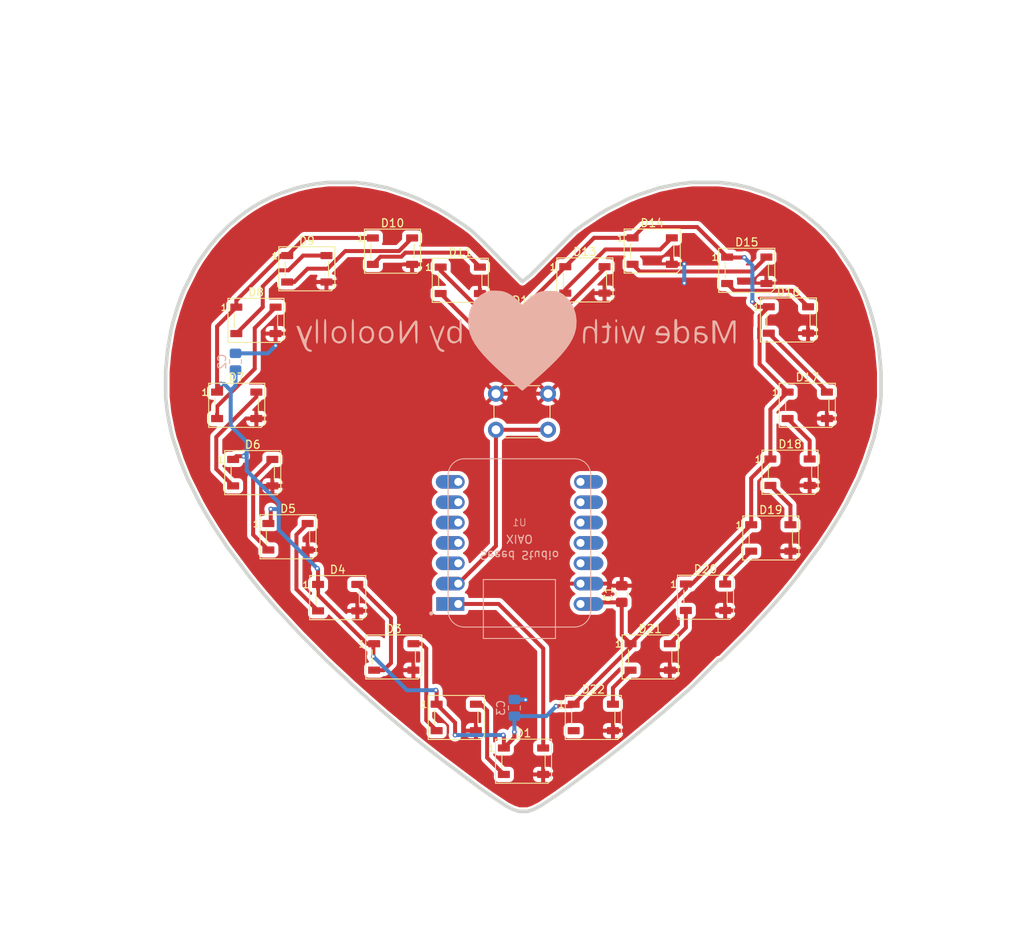
<source format=kicad_pcb>
(kicad_pcb (version 20241229) (generator "pcbnew") (generator_version "9.0")
  (layers (0 "F.Cu" signal) (2 "B.Cu" signal) (13 "F.Paste" user) (15 "B.Paste" user) (5 "F.SilkS" user "F.Silkscreen") (7 "B.SilkS" user "B.Silkscreen") (1 "F.Mask" user) (3 "B.Mask" user) (25 "Edge.Cuts" user))
  (net 0 "")
  (net 1 "GND")
  (net 2 "+5V")
  (net 3 "LEDS")
  (net 4 "Net-(D1-DOUT)")
  (net 5 "Net-(D2-DOUT)")
  (net 6 "Net-(D3-DOUT)")
  (net 7 "Net-(D4-DOUT)")
  (net 8 "Net-(D5-DOUT)")
  (net 9 "Net-(D6-DOUT)")
  (net 10 "LED-Connector")
  (net 11 "Net-(D8-DOUT)")
  (net 12 "Net-(D10-DIN)")
  (net 13 "Net-(D10-DOUT)")
  (net 14 "Net-(D11-DOUT)")
  (net 15 "Net-(D12-DOUT)")
  (net 16 "Net-(U1-PA4_A1_D1)")
  (net 27 "Net-(D13-DOUT)")
  (net 28 "Net-(D14-DOUT)")
  (net 29 "Net-(D15-DOUT)")
  (net 30 "Net-(D16-DOUT)")
  (net 31 "Net-(D17-DOUT)")
  (net 32 "Net-(D18-DOUT)")
  (net 33 "Net-(D19-DOUT)")
  (net 34 "Net-(D20-DOUT)")
  (net 35 "Net-(D21-DOUT)")
  (footprint "Capacitor_SMD:C_0805_2012Metric_Pad1.18x1.45mm_HandSolder" (layer "F.Cu") (at 156.2 91 90)
    (property "Reference" "C1" (at 0 -1.68 90) (layer "F.SilkS"))
    (property "Value" "10uF")
    (pad "1" smd roundrect (at -1.0375 0 90) (size 1.175 1.45) (layers "F.Cu" "F.Mask" "F.Paste") (roundrect_rratio 0.212766) (net 2 "+5V"))
    (pad "2" smd roundrect (at 1.0375 0 90) (size 1.175 1.45) (layers "F.Cu" "F.Mask" "F.Paste") (roundrect_rratio 0.212766) (net 1 "GND"))
  )
  (footprint "LED_SMD:LED_WS2812B_PLCC4_5.0x5.0mm_P3.2mm" (layer "F.Cu") (at 179.35 67.45)
    (property "Reference" "D17" (at 0 -3.5 0) (layer "F.SilkS"))
    (property "Value" "WS2812B")
    (fp_text user "1" (at -4 -1.6 0) (layer "F.SilkS") (effects (font (size 0.8 0.8))))
    (pad "1" smd roundrect (at -2.45 -1.65) (size 1.5 0.9) (layers "F.Cu" "F.Mask" "F.Paste") (roundrect_rratio 0.1) (net 2 "+5V"))
    (pad "2" smd roundrect (at -2.45 1.65) (size 1.5 0.9) (layers "F.Cu" "F.Mask" "F.Paste") (roundrect_rratio 0.1) (net 31 "Net-(D17-DOUT)"))
    (pad "3" smd roundrect (at 2.45 1.65) (size 1.5 0.9) (layers "F.Cu" "F.Mask" "F.Paste") (roundrect_rratio 0.1) (net 1 "GND"))
    (pad "4" smd roundrect (at 2.45 -1.65) (size 1.5 0.9) (layers "F.Cu" "F.Mask" "F.Paste") (roundrect_rratio 0.1) (net 30 "Net-(D16-DOUT)"))
  )
  (footprint "LED_SMD:LED_WS2812B_PLCC4_5.0x5.0mm_P3.2mm" (layer "F.Cu") (at 136.05 51.85)
    (property "Reference" "D11" (at 0 -3.5 0) (layer "F.SilkS"))
    (property "Value" "WS2812B" (hide yes))
    (fp_text user "1" (at -4 -1.6 0) (layer "F.SilkS") (effects (font (size 0.8 0.8))))
    (pad "1" smd roundrect (at -2.45 -1.65) (size 1.5 0.9) (layers "F.Cu" "F.Mask" "F.Paste") (roundrect_rratio 0.1) (net 2 "+5V"))
    (pad "2" smd roundrect (at -2.45 1.65) (size 1.5 0.9) (layers "F.Cu" "F.Mask" "F.Paste") (roundrect_rratio 0.1) (net 14 "Net-(D11-DOUT)"))
    (pad "3" smd roundrect (at 2.45 1.65) (size 1.5 0.9) (layers "F.Cu" "F.Mask" "F.Paste") (roundrect_rratio 0.1) (net 1 "GND"))
    (pad "4" smd roundrect (at 2.45 -1.65) (size 1.5 0.9) (layers "F.Cu" "F.Mask" "F.Paste") (roundrect_rratio 0.1) (net 13 "Net-(D10-DOUT)"))
  )
  (footprint "LED_SMD:LED_WS2812B_PLCC4_5.0x5.0mm_P3.2mm" (layer "F.Cu") (at 159.75 98.85)
    (property "Reference" "D21" (at 0 -3.5 0) (layer "F.SilkS"))
    (property "Value" "WS2812B")
    (fp_text user "1" (at -4 -1.6 0) (layer "F.SilkS") (effects (font (size 0.8 0.8))))
    (pad "1" smd roundrect (at -2.45 -1.65) (size 1.5 0.9) (layers "F.Cu" "F.Mask" "F.Paste") (roundrect_rratio 0.1) (net 2 "+5V"))
    (pad "2" smd roundrect (at -2.45 1.65) (size 1.5 0.9) (layers "F.Cu" "F.Mask" "F.Paste") (roundrect_rratio 0.1) (net 35 "Net-(D21-DOUT)"))
    (pad "3" smd roundrect (at 2.45 1.65) (size 1.5 0.9) (layers "F.Cu" "F.Mask" "F.Paste") (roundrect_rratio 0.1) (net 1 "GND"))
    (pad "4" smd roundrect (at 2.45 -1.65) (size 1.5 0.9) (layers "F.Cu" "F.Mask" "F.Paste") (roundrect_rratio 0.1) (net 34 "Net-(D20-DOUT)"))
  )
  (footprint "Button_Switch_THT:SW_PUSH_6mm" (layer "F.Cu") (at 140.5 66)
    (property "Reference" "SW1" (at 3.25 -2 0) (layer "F.SilkS"))
    (property "Value" "SW_Push")
    (pad "1" thru_hole circle (at 0 0 90) (size 2 2) (drill 1.1) (layers "*.Cu" "*.Mask") (net 1 "GND"))
    (pad "1" thru_hole circle (at 6.5 0 90) (size 2 2) (drill 1.1) (layers "*.Cu" "*.Mask") (net 1 "GND"))
    (pad "2" thru_hole circle (at 0 4.5 90) (size 2 2) (drill 1.1) (layers "*.Cu" "*.Mask") (net 16 "Net-(U1-PA4_A1_D1)"))
    (pad "2" thru_hole circle (at 6.5 4.5 90) (size 2 2) (drill 1.1) (layers "*.Cu" "*.Mask") (net 16 "Net-(U1-PA4_A1_D1)"))
  )
  (footprint "LED_SMD:LED_WS2812B_PLCC4_5.0x5.0mm_P3.2mm" (layer "F.Cu") (at 143.9395 111.862015)
    (property "Reference" "D1" (at 0 -3.5 0) (layer "F.SilkS"))
    (property "Value" "WS2812B" (hide yes))
    (fp_text user "1" (at -4 -1.6 0) (layer "F.SilkS") (effects (font (size 0.8 0.8))))
    (pad "1" smd roundrect (at -2.45 -1.65) (size 1.5 0.9) (layers "F.Cu" "F.Mask" "F.Paste") (roundrect_rratio 0.1) (net 2 "+5V"))
    (pad "2" smd roundrect (at -2.45 1.65) (size 1.5 0.9) (layers "F.Cu" "F.Mask" "F.Paste") (roundrect_rratio 0.1) (net 4 "Net-(D1-DOUT)"))
    (pad "3" smd roundrect (at 2.45 1.65) (size 1.5 0.9) (layers "F.Cu" "F.Mask" "F.Paste") (roundrect_rratio 0.1) (net 1 "GND"))
    (pad "4" smd roundrect (at 2.45 -1.65) (size 1.5 0.9) (layers "F.Cu" "F.Mask" "F.Paste") (roundrect_rratio 0.1) (net 3 "LEDS"))
  )
  (footprint "LED_SMD:LED_WS2812B_PLCC4_5.0x5.0mm_P3.2mm" (layer "F.Cu") (at 152.65 106.4)
    (property "Reference" "D22" (at 0 -3.5 0) (layer "F.SilkS"))
    (property "Value" "WS2812B")
    (fp_text user "1" (at -4 -1.6 0) (layer "F.SilkS") (effects (font (size 0.8 0.8))))
    (pad "1" smd roundrect (at -2.45 -1.65) (size 1.5 0.9) (layers "F.Cu" "F.Mask" "F.Paste") (roundrect_rratio 0.1) (net 2 "+5V"))
    (pad "2" smd roundrect (at -2.45 1.65) (size 1.5 0.9) (layers "F.Cu" "F.Mask" "F.Paste") (roundrect_rratio 0.1))
    (pad "3" smd roundrect (at 2.45 1.65) (size 1.5 0.9) (layers "F.Cu" "F.Mask" "F.Paste") (roundrect_rratio 0.1) (net 1 "GND"))
    (pad "4" smd roundrect (at 2.45 -1.65) (size 1.5 0.9) (layers "F.Cu" "F.Mask" "F.Paste") (roundrect_rratio 0.1) (net 35 "Net-(D21-DOUT)"))
  )
  (footprint "LED_SMD:LED_WS2812B_PLCC4_5.0x5.0mm_P3.2mm" (layer "F.Cu") (at 127.5895 48.212015)
    (property "Reference" "D10" (at 0 -3.5 0) (layer "F.SilkS"))
    (property "Value" "WS2812B" (hide yes))
    (fp_text user "1" (at -4 -1.6 0) (layer "F.SilkS") (effects (font (size 0.8 0.8))))
    (pad "1" smd roundrect (at -2.45 -1.65) (size 1.5 0.9) (layers "F.Cu" "F.Mask" "F.Paste") (roundrect_rratio 0.1) (net 2 "+5V"))
    (pad "2" smd roundrect (at -2.45 1.65) (size 1.5 0.9) (layers "F.Cu" "F.Mask" "F.Paste") (roundrect_rratio 0.1) (net 13 "Net-(D10-DOUT)"))
    (pad "3" smd roundrect (at 2.45 1.65) (size 1.5 0.9) (layers "F.Cu" "F.Mask" "F.Paste") (roundrect_rratio 0.1) (net 1 "GND"))
    (pad "4" smd roundrect (at 2.45 -1.65) (size 1.5 0.9) (layers "F.Cu" "F.Mask" "F.Paste") (roundrect_rratio 0.1) (net 12 "Net-(D10-DIN)"))
  )
  (footprint "LED_SMD:LED_WS2812B_PLCC4_5.0x5.0mm_P3.2mm" (layer "F.Cu") (at 166.65 91.4)
    (property "Reference" "D20" (at 0 -3.5 0) (layer "F.SilkS"))
    (property "Value" "WS2812B")
    (fp_text user "1" (at -4 -1.6 0) (layer "F.SilkS") (effects (font (size 0.8 0.8))))
    (pad "1" smd roundrect (at -2.45 -1.65) (size 1.5 0.9) (layers "F.Cu" "F.Mask" "F.Paste") (roundrect_rratio 0.1) (net 2 "+5V"))
    (pad "2" smd roundrect (at -2.45 1.65) (size 1.5 0.9) (layers "F.Cu" "F.Mask" "F.Paste") (roundrect_rratio 0.1) (net 34 "Net-(D20-DOUT)"))
    (pad "3" smd roundrect (at 2.45 1.65) (size 1.5 0.9) (layers "F.Cu" "F.Mask" "F.Paste") (roundrect_rratio 0.1) (net 1 "GND"))
    (pad "4" smd roundrect (at 2.45 -1.65) (size 1.5 0.9) (layers "F.Cu" "F.Mask" "F.Paste") (roundrect_rratio 0.1) (net 33 "Net-(D19-DOUT)"))
  )
  (footprint "LED_SMD:LED_WS2812B_PLCC4_5.0x5.0mm_P3.2mm" (layer "F.Cu") (at 108.15 67.45)
    (property "Reference" "D7" (at 0 -3.5 0) (layer "F.SilkS"))
    (property "Value" "WS2812B" (hide yes))
    (fp_text user "1" (at -4 -1.6 0) (layer "F.SilkS") (effects (font (size 0.8 0.8))))
    (pad "1" smd roundrect (at -2.45 -1.65) (size 1.5 0.9) (layers "F.Cu" "F.Mask" "F.Paste") (roundrect_rratio 0.1) (net 2 "+5V"))
    (pad "2" smd roundrect (at -2.45 1.65) (size 1.5 0.9) (layers "F.Cu" "F.Mask" "F.Paste") (roundrect_rratio 0.1) (net 10 "LED-Connector"))
    (pad "3" smd roundrect (at 2.45 1.65) (size 1.5 0.9) (layers "F.Cu" "F.Mask" "F.Paste") (roundrect_rratio 0.1) (net 1 "GND"))
    (pad "4" smd roundrect (at 2.45 -1.65) (size 1.5 0.9) (layers "F.Cu" "F.Mask" "F.Paste") (roundrect_rratio 0.1) (net 9 "Net-(D6-DOUT)"))
  )
  (footprint "LED_SMD:LED_WS2812B_PLCC4_5.0x5.0mm_P3.2mm" (layer "F.Cu") (at 114.55 83.85)
    (property "Reference" "D5" (at 0 -3.5 0) (layer "F.SilkS"))
    (property "Value" "WS2812B" (hide yes))
    (fp_text user "1" (at -4 -1.6 0) (layer "F.SilkS") (effects (font (size 0.8 0.8))))
    (pad "1" smd roundrect (at -2.45 -1.65) (size 1.5 0.9) (layers "F.Cu" "F.Mask" "F.Paste") (roundrect_rratio 0.1) (net 2 "+5V"))
    (pad "2" smd roundrect (at -2.45 1.65) (size 1.5 0.9) (layers "F.Cu" "F.Mask" "F.Paste") (roundrect_rratio 0.1) (net 8 "Net-(D5-DOUT)"))
    (pad "3" smd roundrect (at 2.45 1.65) (size 1.5 0.9) (layers "F.Cu" "F.Mask" "F.Paste") (roundrect_rratio 0.1) (net 1 "GND"))
    (pad "4" smd roundrect (at 2.45 -1.65) (size 1.5 0.9) (layers "F.Cu" "F.Mask" "F.Paste") (roundrect_rratio 0.1) (net 7 "Net-(D4-DOUT)"))
  )
  (footprint "LED_SMD:LED_WS2812B_PLCC4_5.0x5.0mm_P3.2mm" (layer "F.Cu") (at 160 48.2)
    (property "Reference" "D14" (at 0 -3.5 0) (layer "F.SilkS"))
    (property "Value" "WS2812B")
    (fp_text user "1" (at -4 -1.6 0) (layer "F.SilkS") (effects (font (size 0.8 0.8))))
    (pad "1" smd roundrect (at -2.45 -1.65) (size 1.5 0.9) (layers "F.Cu" "F.Mask" "F.Paste") (roundrect_rratio 0.1) (net 2 "+5V"))
    (pad "2" smd roundrect (at -2.45 1.65) (size 1.5 0.9) (layers "F.Cu" "F.Mask" "F.Paste") (roundrect_rratio 0.1) (net 28 "Net-(D14-DOUT)"))
    (pad "3" smd roundrect (at 2.45 1.65) (size 1.5 0.9) (layers "F.Cu" "F.Mask" "F.Paste") (roundrect_rratio 0.1) (net 1 "GND"))
    (pad "4" smd roundrect (at 2.45 -1.65) (size 1.5 0.9) (layers "F.Cu" "F.Mask" "F.Paste") (roundrect_rratio 0.1) (net 27 "Net-(D13-DOUT)"))
  )
  (footprint "LED_SMD:LED_WS2812B_PLCC4_5.0x5.0mm_P3.2mm" (layer "F.Cu") (at 110.15 75.85)
    (property "Reference" "D6" (at 0 -3.5 0) (layer "F.SilkS"))
    (property "Value" "WS2812B" (hide yes))
    (fp_text user "1" (at -4 -1.6 0) (layer "F.SilkS") (effects (font (size 0.8 0.8))))
    (pad "1" smd roundrect (at -2.45 -1.65) (size 1.5 0.9) (layers "F.Cu" "F.Mask" "F.Paste") (roundrect_rratio 0.1) (net 2 "+5V"))
    (pad "2" smd roundrect (at -2.45 1.65) (size 1.5 0.9) (layers "F.Cu" "F.Mask" "F.Paste") (roundrect_rratio 0.1) (net 9 "Net-(D6-DOUT)"))
    (pad "3" smd roundrect (at 2.45 1.65) (size 1.5 0.9) (layers "F.Cu" "F.Mask" "F.Paste") (roundrect_rratio 0.1) (net 1 "GND"))
    (pad "4" smd roundrect (at 2.45 -1.65) (size 1.5 0.9) (layers "F.Cu" "F.Mask" "F.Paste") (roundrect_rratio 0.1) (net 8 "Net-(D5-DOUT)"))
  )
  (footprint "LED_SMD:LED_WS2812B_PLCC4_5.0x5.0mm_P3.2mm" (layer "F.Cu") (at 116.9 50.412015)
    (property "Reference" "D9" (at 0 -3.5 0) (layer "F.SilkS"))
    (property "Value" "WS2812B" (hide yes))
    (fp_text user "1" (at -4 -1.6 0) (layer "F.SilkS") (effects (font (size 0.8 0.8))))
    (pad "1" smd roundrect (at -2.45 -1.65) (size 1.5 0.9) (layers "F.Cu" "F.Mask" "F.Paste") (roundrect_rratio 0.1) (net 2 "+5V"))
    (pad "2" smd roundrect (at -2.45 1.65) (size 1.5 0.9) (layers "F.Cu" "F.Mask" "F.Paste") (roundrect_rratio 0.1) (net 12 "Net-(D10-DIN)"))
    (pad "3" smd roundrect (at 2.45 1.65) (size 1.5 0.9) (layers "F.Cu" "F.Mask" "F.Paste") (roundrect_rratio 0.1) (net 1 "GND"))
    (pad "4" smd roundrect (at 2.45 -1.65) (size 1.5 0.9) (layers "F.Cu" "F.Mask" "F.Paste") (roundrect_rratio 0.1) (net 11 "Net-(D8-DOUT)"))
  )
  (footprint "LED_SMD:LED_WS2812B_PLCC4_5.0x5.0mm_P3.2mm" (layer "F.Cu") (at 135.55 106.4)
    (property "Reference" "D2" (hide yes))
    (property "Value" "WS2812B" (hide yes))
    (fp_text user "1" (at -4 -1.6 0) (layer "F.SilkS") (effects (font (size 0.8 0.8))))
    (pad "1" smd roundrect (at -2.45 -1.65) (size 1.5 0.9) (layers "F.Cu" "F.Mask" "F.Paste") (roundrect_rratio 0.1) (net 2 "+5V"))
    (pad "2" smd roundrect (at -2.45 1.65) (size 1.5 0.9) (layers "F.Cu" "F.Mask" "F.Paste") (roundrect_rratio 0.1) (net 5 "Net-(D2-DOUT)"))
    (pad "3" smd roundrect (at 2.45 1.65) (size 1.5 0.9) (layers "F.Cu" "F.Mask" "F.Paste") (roundrect_rratio 0.1) (net 1 "GND"))
    (pad "4" smd roundrect (at 2.45 -1.65) (size 1.5 0.9) (layers "F.Cu" "F.Mask" "F.Paste") (roundrect_rratio 0.1) (net 4 "Net-(D1-DOUT)"))
  )
  (footprint "LED_SMD:LED_WS2812B_PLCC4_5.0x5.0mm_P3.2mm" (layer "F.Cu") (at 174.8 84)
    (property "Reference" "D19" (at 0 -3.5 0) (layer "F.SilkS"))
    (property "Value" "WS2812B")
    (fp_text user "1" (at -4 -1.6 0) (layer "F.SilkS") (effects (font (size 0.8 0.8))))
    (pad "1" smd roundrect (at -2.45 -1.65) (size 1.5 0.9) (layers "F.Cu" "F.Mask" "F.Paste") (roundrect_rratio 0.1) (net 2 "+5V"))
    (pad "2" smd roundrect (at -2.45 1.65) (size 1.5 0.9) (layers "F.Cu" "F.Mask" "F.Paste") (roundrect_rratio 0.1) (net 33 "Net-(D19-DOUT)"))
    (pad "3" smd roundrect (at 2.45 1.65) (size 1.5 0.9) (layers "F.Cu" "F.Mask" "F.Paste") (roundrect_rratio 0.1) (net 1 "GND"))
    (pad "4" smd roundrect (at 2.45 -1.65) (size 1.5 0.9) (layers "F.Cu" "F.Mask" "F.Paste") (roundrect_rratio 0.1) (net 32 "Net-(D18-DOUT)"))
  )
  (footprint "LED_SMD:LED_WS2812B_PLCC4_5.0x5.0mm_P3.2mm" (layer "F.Cu") (at 127.75 98.85)
    (property "Reference" "D3" (at 0 -3.5 0) (layer "F.SilkS"))
    (property "Value" "WS2812B" (hide yes))
    (fp_text user "1" (at -4 -1.6 0) (layer "F.SilkS") (effects (font (size 0.8 0.8))))
    (pad "1" smd roundrect (at -2.45 -1.65) (size 1.5 0.9) (layers "F.Cu" "F.Mask" "F.Paste") (roundrect_rratio 0.1) (net 2 "+5V"))
    (pad "2" smd roundrect (at -2.45 1.65) (size 1.5 0.9) (layers "F.Cu" "F.Mask" "F.Paste") (roundrect_rratio 0.1) (net 6 "Net-(D3-DOUT)"))
    (pad "3" smd roundrect (at 2.45 1.65) (size 1.5 0.9) (layers "F.Cu" "F.Mask" "F.Paste") (roundrect_rratio 0.1) (net 1 "GND"))
    (pad "4" smd roundrect (at 2.45 -1.65) (size 1.5 0.9) (layers "F.Cu" "F.Mask" "F.Paste") (roundrect_rratio 0.1) (net 5 "Net-(D2-DOUT)"))
  )
  (footprint "LED_SMD:LED_WS2812B_PLCC4_5.0x5.0mm_P3.2mm" (layer "F.Cu") (at 171.8 50.6)
    (property "Reference" "D15" (at 0 -3.5 0) (layer "F.SilkS"))
    (property "Value" "WS2812B")
    (fp_text user "1" (at -4 -1.6 0) (layer "F.SilkS") (effects (font (size 0.8 0.8))))
    (pad "1" smd roundrect (at -2.45 -1.65) (size 1.5 0.9) (layers "F.Cu" "F.Mask" "F.Paste") (roundrect_rratio 0.1) (net 2 "+5V"))
    (pad "2" smd roundrect (at -2.45 1.65) (size 1.5 0.9) (layers "F.Cu" "F.Mask" "F.Paste") (roundrect_rratio 0.1) (net 29 "Net-(D15-DOUT)"))
    (pad "3" smd roundrect (at 2.45 1.65) (size 1.5 0.9) (layers "F.Cu" "F.Mask" "F.Paste") (roundrect_rratio 0.1) (net 1 "GND"))
    (pad "4" smd roundrect (at 2.45 -1.65) (size 1.5 0.9) (layers "F.Cu" "F.Mask" "F.Paste") (roundrect_rratio 0.1) (net 28 "Net-(D14-DOUT)"))
  )
  (footprint "LED_SMD:LED_WS2812B_PLCC4_5.0x5.0mm_P3.2mm" (layer "F.Cu") (at 120.75 91.45)
    (property "Reference" "D4" (at 0 -3.5 0) (layer "F.SilkS"))
    (property "Value" "WS2812B" (hide yes))
    (fp_text user "1" (at -4 -1.6 0) (layer "F.SilkS") (effects (font (size 0.8 0.8))))
    (pad "1" smd roundrect (at -2.45 -1.65) (size 1.5 0.9) (layers "F.Cu" "F.Mask" "F.Paste") (roundrect_rratio 0.1) (net 2 "+5V"))
    (pad "2" smd roundrect (at -2.45 1.65) (size 1.5 0.9) (layers "F.Cu" "F.Mask" "F.Paste") (roundrect_rratio 0.1) (net 7 "Net-(D4-DOUT)"))
    (pad "3" smd roundrect (at 2.45 1.65) (size 1.5 0.9) (layers "F.Cu" "F.Mask" "F.Paste") (roundrect_rratio 0.1) (net 1 "GND"))
    (pad "4" smd roundrect (at 2.45 -1.65) (size 1.5 0.9) (layers "F.Cu" "F.Mask" "F.Paste") (roundrect_rratio 0.1) (net 6 "Net-(D3-DOUT)"))
  )
  (footprint "LED_SMD:LED_WS2812B_PLCC4_5.0x5.0mm_P3.2mm" (layer "F.Cu") (at 144 57.85)
    (property "Reference" "D12" (at 0 -3.5 0) (layer "F.SilkS"))
    (property "Value" "WS2812B" (hide yes))
    (fp_text user "1" (at -4 -1.6 0) (layer "F.SilkS") (effects (font (size 0.8 0.8))))
    (pad "1" smd roundrect (at -2.45 -1.65) (size 1.5 0.9) (layers "F.Cu" "F.Mask" "F.Paste") (roundrect_rratio 0.1) (net 2 "+5V"))
    (pad "2" smd roundrect (at -2.45 1.65) (size 1.5 0.9) (layers "F.Cu" "F.Mask" "F.Paste") (roundrect_rratio 0.1) (net 15 "Net-(D12-DOUT)"))
    (pad "3" smd roundrect (at 2.45 1.65) (size 1.5 0.9) (layers "F.Cu" "F.Mask" "F.Paste") (roundrect_rratio 0.1) (net 1 "GND"))
    (pad "4" smd roundrect (at 2.45 -1.65) (size 1.5 0.9) (layers "F.Cu" "F.Mask" "F.Paste") (roundrect_rratio 0.1) (net 14 "Net-(D11-DOUT)"))
  )
  (footprint "LED_SMD:LED_WS2812B_PLCC4_5.0x5.0mm_P3.2mm" (layer "F.Cu") (at 151.6 51.8)
    (property "Reference" "D13" (at 0 -3.5 0) (layer "F.SilkS"))
    (property "Value" "WS2812B")
    (fp_text user "1" (at -4 -1.6 0) (layer "F.SilkS") (effects (font (size 0.8 0.8))))
    (pad "1" smd roundrect (at -2.45 -1.65) (size 1.5 0.9) (layers "F.Cu" "F.Mask" "F.Paste") (roundrect_rratio 0.1) (net 2 "+5V"))
    (pad "2" smd roundrect (at -2.45 1.65) (size 1.5 0.9) (layers "F.Cu" "F.Mask" "F.Paste") (roundrect_rratio 0.1) (net 27 "Net-(D13-DOUT)"))
    (pad "3" smd roundrect (at 2.45 1.65) (size 1.5 0.9) (layers "F.Cu" "F.Mask" "F.Paste") (roundrect_rratio 0.1) (net 1 "GND"))
    (pad "4" smd roundrect (at 2.45 -1.65) (size 1.5 0.9) (layers "F.Cu" "F.Mask" "F.Paste") (roundrect_rratio 0.1) (net 15 "Net-(D12-DOUT)"))
  )
  (footprint "LED_SMD:LED_WS2812B_PLCC4_5.0x5.0mm_P3.2mm" (layer "F.Cu") (at 177 56.8)
    (property "Reference" "D16" (at 0 -3.5 0) (layer "F.SilkS"))
    (property "Value" "WS2812B")
    (fp_text user "1" (at -4 -1.6 0) (layer "F.SilkS") (effects (font (size 0.8 0.8))))
    (pad "1" smd roundrect (at -2.45 -1.65) (size 1.5 0.9) (layers "F.Cu" "F.Mask" "F.Paste") (roundrect_rratio 0.1) (net 2 "+5V"))
    (pad "2" smd roundrect (at -2.45 1.65) (size 1.5 0.9) (layers "F.Cu" "F.Mask" "F.Paste") (roundrect_rratio 0.1) (net 30 "Net-(D16-DOUT)"))
    (pad "3" smd roundrect (at 2.45 1.65) (size 1.5 0.9) (layers "F.Cu" "F.Mask" "F.Paste") (roundrect_rratio 0.1) (net 1 "GND"))
    (pad "4" smd roundrect (at 2.45 -1.65) (size 1.5 0.9) (layers "F.Cu" "F.Mask" "F.Paste") (roundrect_rratio 0.1) (net 29 "Net-(D15-DOUT)"))
  )
  (footprint "LED_SMD:LED_WS2812B_PLCC4_5.0x5.0mm_P3.2mm" (layer "F.Cu") (at 177.2 75.8)
    (property "Reference" "D18" (at 0 -3.5 0) (layer "F.SilkS"))
    (property "Value" "WS2812B")
    (fp_text user "1" (at -4 -1.6 0) (layer "F.SilkS") (effects (font (size 0.8 0.8))))
    (pad "1" smd roundrect (at -2.45 -1.65) (size 1.5 0.9) (layers "F.Cu" "F.Mask" "F.Paste") (roundrect_rratio 0.1) (net 2 "+5V"))
    (pad "2" smd roundrect (at -2.45 1.65) (size 1.5 0.9) (layers "F.Cu" "F.Mask" "F.Paste") (roundrect_rratio 0.1) (net 32 "Net-(D18-DOUT)"))
    (pad "3" smd roundrect (at 2.45 1.65) (size 1.5 0.9) (layers "F.Cu" "F.Mask" "F.Paste") (roundrect_rratio 0.1) (net 1 "GND"))
    (pad "4" smd roundrect (at 2.45 -1.65) (size 1.5 0.9) (layers "F.Cu" "F.Mask" "F.Paste") (roundrect_rratio 0.1) (net 31 "Net-(D17-DOUT)"))
  )
  (footprint "LED_SMD:LED_WS2812B_PLCC4_5.0x5.0mm_P3.2mm" (layer "F.Cu") (at 110.55 56.85)
    (property "Reference" "D8" (at 0 -3.5 0) (layer "F.SilkS"))
    (property "Value" "WS2812B" (hide yes))
    (fp_text user "1" (at -4 -1.6 0) (layer "F.SilkS") (effects (font (size 0.8 0.8))))
    (pad "1" smd roundrect (at -2.45 -1.65) (size 1.5 0.9) (layers "F.Cu" "F.Mask" "F.Paste") (roundrect_rratio 0.1) (net 2 "+5V"))
    (pad "2" smd roundrect (at -2.45 1.65) (size 1.5 0.9) (layers "F.Cu" "F.Mask" "F.Paste") (roundrect_rratio 0.1) (net 11 "Net-(D8-DOUT)"))
    (pad "3" smd roundrect (at 2.45 1.65) (size 1.5 0.9) (layers "F.Cu" "F.Mask" "F.Paste") (roundrect_rratio 0.1) (net 1 "GND"))
    (pad "4" smd roundrect (at 2.45 -1.65) (size 1.5 0.9) (layers "F.Cu" "F.Mask" "F.Paste") (roundrect_rratio 0.1) (net 10 "LED-Connector"))
  )
  (footprint "LOGO" (layer "B.Cu") (at 143 58.4 180)
    (property "Reference" "G***" (at 0 0 0) (layer "B.SilkS") (effects (font (size 1.5 1.5) (thickness 0.3)) (justify mirror)))
    (property "Value" "LOGO" (hide yes))
  )
  (footprint "Capacitor_SMD:C_0805_2012Metric_Pad1.18x1.45mm_HandSolder" (layer "B.Cu") (at 142.8 105.2 -90)
    (property "Reference" "C3" (at 0 1.68 90) (layer "B.SilkS") (effects (justify mirror)))
    (property "Value" "10uF")
    (pad "1" smd roundrect (at -1.0375 0 270) (size 1.175 1.45) (layers "B.Cu" "B.Mask" "B.Paste") (roundrect_rratio 0.212766) (net 1 "GND"))
    (pad "2" smd roundrect (at 1.0375 0 270) (size 1.175 1.45) (layers "B.Cu" "B.Mask" "B.Paste") (roundrect_rratio 0.212766) (net 2 "+5V"))
  )
  (footprint "RP2040:XIAO-Generic-Hybrid-14P-2.54-21X17.8MM" (layer "B.Cu") (at 143.425 84.62)
    (property "Reference" "U1" (at 0 -2.54 0) (layer "B.SilkS") (effects (font (size 0.889 0.889) (thickness 0.1016)) (justify mirror)))
    (property "Value" "MOUDLE-SEEEDUINO-XIAO" (hide yes))
    (fp_text user "XIAO" (at 0 -0.5 180) (layer "B.SilkS") (effects (justify mirror)))
    (fp_text user "Seeed Studio" (at 0 1.5 180) (layer "B.SilkS") (effects (justify mirror)))
    (pad "1" thru_hole rect (at -7.625 7.62) (size 3.5 1.7) (drill 1 (offset -1 0)) (layers "*.Cu" "*.Mask") (net 3 "LEDS"))
    (pad "2" thru_hole oval (at -7.625 5.08) (size 3.6 1.7) (drill 1 (offset -1 0)) (layers "*.Cu" "*.Mask") (net 16 "Net-(U1-PA4_A1_D1)"))
    (pad "3" thru_hole oval (at -7.625 2.54) (size 3.6 1.7) (drill 1 (offset -1 0)) (layers "*.Cu" "*.Mask"))
    (pad "4" thru_hole oval (at -7.625 0) (size 3.6 1.7) (drill 1 (offset -1 0)) (layers "*.Cu" "*.Mask"))
    (pad "5" thru_hole oval (at -7.625 -2.54) (size 3.6 1.7) (drill 1 (offset -1 0)) (layers "*.Cu" "*.Mask"))
    (pad "6" thru_hole oval (at -7.625 -5.08 180) (size 3.6 1.7) (drill 1 (offset 1 0)) (layers "*.Cu" "*.Mask"))
    (pad "7" thru_hole oval (at -7.625 -7.62) (size 3.6 1.7) (drill 1 (offset -1 0)) (layers "*.Cu" "*.Mask"))
    (pad "8" thru_hole oval (at 7.625 -7.62) (size 3.6 1.7) (drill 1 (offset 1 0)) (layers "*.Cu" "*.Mask"))
    (pad "9" thru_hole oval (at 7.625 -5.08) (size 3.6 1.7) (drill 1 (offset 1 0)) (layers "*.Cu" "*.Mask"))
    (pad "10" thru_hole oval (at 7.625 -2.54) (size 3.6 1.7) (drill 1 (offset 1 0)) (layers "*.Cu" "*.Mask"))
    (pad "11" thru_hole oval (at 7.625 0) (size 3.7 1.7) (drill 1 (offset 1 0)) (layers "*.Cu" "*.Mask"))
    (pad "12" thru_hole oval (at 7.625 2.54) (size 3.7 1.7) (drill 1 (offset 1 0)) (layers "*.Cu" "*.Mask"))
    (pad "13" thru_hole oval (at 7.625 5.08) (size 3.7 1.7) (drill 1 (offset 1 0)) (layers "*.Cu" "*.Mask") (net 1 "GND"))
    (pad "14" thru_hole oval (at 7.625 7.62) (size 3.7 1.7) (drill 1 (offset 1 0)) (layers "*.Cu" "*.Mask") (net 2 "+5V"))
  )
  (footprint "Capacitor_SMD:C_0805_2012Metric_Pad1.18x1.45mm_HandSolder" (layer "B.Cu") (at 108 62 -90)
    (property "Reference" "C2" (at 0 1.68 90) (layer "B.SilkS") (effects (justify mirror)))
    (property "Value" "10uF")
    (pad "1" smd roundrect (at -1.0375 0 270) (size 1.175 1.45) (layers "B.Cu" "B.Mask" "B.Paste") (roundrect_rratio 0.212766) (net 1 "GND"))
    (pad "2" smd roundrect (at 1.0375 0 270) (size 1.175 1.45) (layers "B.Cu" "B.Mask" "B.Paste") (roundrect_rratio 0.212766) (net 2 "+5V"))
  )
  (gr_poly (pts (xy 124.683855 39.855626) (xy 125.808332 40.080522) (xy 126.932813 40.305418) (xy 129.631559 41.204999) (xy 130.756042 41.654791) (xy 133.454788 43.004168) (xy 134.579272 43.678856) (xy 136.603333 45.028229) (xy 137.502917 45.702917) (xy 138.852293 47) (xy 142.900416 51.100416) (xy 143.8 52) (xy 144.924477 51.100416) (xy 148.972599 47) (xy 150.321976 45.702917) (xy 151.22156 45.028229) (xy 153.245621 43.678856) (xy 154.370105 43.004168) (xy 157.068851 41.654791) (xy 158.193334 41.204999) (xy 160.89208 40.305418) (xy 162.016557 40.080522) (xy 163.141041 39.855626) (xy 164.940203 39.63073) (xy 168.31364 39.63073) (xy 170.112809 39.855626) (xy 171.237286 40.080522) (xy 172.13687 40.305418) (xy 174.160938 40.980103) (xy 175.285414 41.429895) (xy 176.634791 42.104584) (xy 177.759268 42.779272) (xy 178.433953 43.229064) (xy 179.333537 43.903749) (xy 180.682913 45.028229) (xy 181.80739 46.152709) (xy 182 46.377605) (xy 183.156767 47.726978) (xy 184.955928 50.425728) (xy 186.305311 53.12448) (xy 186.755097 54.248957) (xy 186.979996 54.923645) (xy 187.204895 55.598334) (xy 187.654681 57.172603) (xy 187.87958 58.072187) (xy 188.10448 59.196667) (xy 188.329366 60.770936) (xy 188.554265 63.24479) (xy 188.554265 66.393331) (xy 188.329366 68.417392) (xy 188.10448 69.541876) (xy 187.87958 70.666353) (xy 187.654681 71.565937) (xy 186.755097 74.264683) (xy 186.305311 75.389166) (xy 185.855513 76.513644) (xy 184.281244 79.662188) (xy 183.381666 81.236457) (xy 182.257182 83.035626) (xy 180.907806 85.059687) (xy 178.20906 88.658017) (xy 177.309476 89.782501) (xy 176.184999 91.131871) (xy 174.610723 92.931039) (xy 171.687078 96.079584) (xy 168.53854 99.228122) (xy 168.31364 99.228122) (xy 164.940203 102.601559) (xy 163.141041 104.175828) (xy 161.341872 105.750104) (xy 157.29375 109.123541) (xy 156.169267 110.023119) (xy 154.145205 111.597395) (xy 151.446459 113.621456) (xy 149.647291 114.970832) (xy 148.073022 116.095309) (xy 146.048954 117.444686) (xy 145.599162 117.669578) (xy 145.149376 117.894478) (xy 144.474685 118.119371) (xy 143.350208 118.119371) (xy 142.675516 117.894478) (xy 142.225731 117.669578) (xy 141.775939 117.444686) (xy 139.751871 116.095309) (xy 138.177602 114.970832) (xy 135.478856 112.946765) (xy 133.679688 111.597395) (xy 131.655626 110.023119) (xy 130.531143 109.123541) (xy 126.48302 105.750104) (xy 124.683855 104.175828) (xy 122.659791 102.376666) (xy 119.286353 99.228122) (xy 116.137812 96.079584) (xy 113.214166 92.931039) (xy 111.639897 91.131871) (xy 110.515417 89.782501) (xy 109.615833 88.658017) (xy 106.917084 85.059687) (xy 105.567711 83.035626) (xy 104.44323 81.236457) (xy 103.543646 79.662188) (xy 101.969375 76.513644) (xy 101.519585 75.389166) (xy 101.069793 74.264683) (xy 100.170209 71.565937) (xy 99.945314 70.666353) (xy 99.720418 69.541876) (xy 99.495522 68.417392) (xy 99.270626 66.393331) (xy 99.270626 63.24479) (xy 99.495522 60.770936) (xy 99.720418 59.421563) (xy 99.945314 58.072187) (xy 100.170209 57.172603) (xy 100.620001 55.598334) (xy 100.844897 54.923645) (xy 101.069793 54.248957) (xy 101.519585 53.12448) (xy 102.868958 50.425728) (xy 103.543646 49.301251) (xy 104.668126 47.726978) (xy 105.8 46.377605) (xy 106.017499 46.152709) (xy 107.14198 45.028229) (xy 108.491356 43.903749) (xy 109.390937 43.229064) (xy 110.065625 42.779272) (xy 111.190105 42.104584) (xy 112.539478 41.429895) (xy 113.663959 40.980103) (xy 115.68802 40.305418) (xy 116.587604 40.080522) (xy 117.712084 39.855626) (xy 119.511249 39.63073) (xy 122.884687 39.63073)) (stroke (width 0.449791)) (fill no) (layer "Edge.Cuts"))
  (segment (start 162.45 49.85) (end 163.95 49.85) (width 0.5) (layer "F.Cu") (net 1))
  (segment (start 140.5 66) (end 147 66) (width 0.5) (layer "F.Cu") (net 1))
  (segment (start 151.05 89.7) (end 151.3125 89.9625) (width 0.5) (layer "F.Cu") (net 1))
  (segment (start 163.95 49.85) (end 164 49.8) (width 0.5) (layer "F.Cu") (net 1))
  (via (at 164 49.8) (size 0.6) (drill 0.3) (layers "F.Cu" "B.Cu") (net 1))
  (via (at 113 60) (size 0.6) (drill 0.3) (layers "F.Cu" "B.Cu") (net 1))
  (via (at 144.2 104.2) (size 0.6) (drill 0.3) (layers "F.Cu" "B.Cu") (net 1))
  (via (at 164 52.2) (size 0.6) (drill 0.3) (layers "F.Cu" "B.Cu") (net 1))
  (segment (start 164 49.8) (end 164 52.2) (width 0.5) (layer "B.Cu") (net 1))
  (segment (start 142.8 104.1625) (end 144.1625 104.1625) (width 0.5) (layer "B.Cu") (net 1))
  (segment (start 144.1625 104.1625) (end 144.2 104.2) (width 0.5) (layer "B.Cu") (net 1))
  (segment (start 112.0375 60.9625) (end 113 60) (width 0.5) (layer "B.Cu") (net 1))
  (segment (start 108 60.9625) (end 112.0375 60.9625) (width 0.5) (layer "B.Cu") (net 1))
  (segment (start 165.6 45.2) (end 169.35 48.95) (width 0.5) (layer "F.Cu") (net 2))
  (segment (start 105.7 65.8) (end 105.7 57.6) (width 0.5) (layer "F.Cu") (net 2))
  (segment (start 133.6 50.2) (end 133.6 50.649999) (width 0.5) (layer "F.Cu") (net 2))
  (segment (start 152.75 46.55) (end 157.55 46.55) (width 0.5) (layer "F.Cu") (net 2))
  (segment (start 164.2 89.75) (end 164.95 89.75) (width 0.5) (layer "F.Cu") (net 2))
  (segment (start 125.2 98.8) (end 125.2 97.3) (width 0.5) (layer "F.Cu") (net 2))
  (segment (start 157.3 97.2) (end 164.2 90.3) (width 0.5) (layer "F.Cu") (net 2))
  (segment (start 141.4895 108.6895) (end 141.4 108.6) (width 0.5) (layer "F.Cu") (net 2))
  (segment (start 176.9 65.8) (end 173.4 62.3) (width 0.5) (layer "F.Cu") (net 2))
  (segment (start 173.4 59.087584) (end 173.349 59.036584) (width 0.5) (layer "F.Cu") (net 2))
  (segment (start 164.2 90.3) (end 164.2 89.75) (width 0.5) (layer "F.Cu") (net 2))
  (segment (start 164.95 89.75) (end 172.35 82.35) (width 0.5) (layer "F.Cu") (net 2))
  (segment (start 124.4 97.2) (end 118.3 91.1) (width 0.5) (layer "F.Cu") (net 2))
  (segment (start 172.35 82.35) (end 172.35 76.55) (width 0.5) (layer "F.Cu") (net 2))
  (segment (start 106.2 64.8) (end 106.2 65.3) (width 0.5) (layer "F.Cu") (net 2))
  (segment (start 112.4 80.4) (end 112.4 81.9) (width 0.5) (layer "F.Cu") (net 2))
  (segment (start 139.150001 56.2) (end 141.55 56.2) (width 0.5) (layer "F.Cu") (net 2))
  (segment (start 157.55 46.55) (end 158.9 45.2) (width 0.5) (layer "F.Cu") (net 2))
  (segment (start 156.2 92.0375) (end 156.2 96.1) (width 0.5) (layer "F.Cu") (net 2))
  (segment (start 173.4 62.3) (end 173.4 59.087584) (width 0.5) (layer "F.Cu") (net 2))
  (segment (start 114.45 48.762015) (end 116.65 46.562015) (width 0.5) (layer "F.Cu") (net 2))
  (segment (start 171.5 49) (end 169.4 49) (width 0.5) (layer "F.Cu") (net 2))
  (segment (start 125.3 97.2) (end 124.4 97.2) (width 0.5) (layer "F.Cu") (net 2))
  (segment (start 108.1 73.8) (end 107.7 74.2) (width 0.5) (layer "F.Cu") (net 2))
  (segment (start 133.1 104.75) (end 133.1 103.1) (width 0.5) (layer "F.Cu") (net 2))
  (segment (start 142.8 108.901515) (end 141.4895 110.212015) (width 0.5) (layer "F.Cu") (net 2))
  (segment (start 149.15 50.15) (end 152.75 46.55) (width 0.5) (layer "F.Cu") (net 2))
  (segment (start 105.7 57.6) (end 108.1 55.2) (width 0.5) (layer "F.Cu") (net 2))
  (segment (start 142.8 108.2) (end 142.8 108.901515) (width 0.5) (layer "F.Cu") (net 2))
  (segment (start 108.1 54.362016) (end 113.700001 48.762015) (width 0.5) (layer "F.Cu") (net 2))
  (segment (start 108.1 55.2) (end 108.1 54.362016) (width 0.5) (layer "F.Cu") (net 2))
  (segment (start 169.4 49) (end 169.35 48.95) (width 0.5) (layer "F.Cu") (net 2))
  (segment (start 157.3 97.65) (end 150.2 104.75) (width 0.5) (layer "F.Cu") (net 2))
  (segment (start 133.6 50.649999) (end 139.150001 56.2) (width 0.5) (layer "F.Cu") (net 2))
  (segment (start 157.3 97.2) (end 157.3 97.65) (width 0.5) (layer "F.Cu") (net 2))
  (segment (start 118.3 87.9) (end 118.2 87.8) (width 0.5) (layer "F.Cu") (net 2))
  (segment (start 172.35 76.55) (end 174.75 74.15) (width 0.5) (layer "F.Cu") (net 2))
  (segment (start 148 105) (end 149.95 105) (width 0.5) (layer "F.Cu") (net 2))
  (segment (start 151.2525 92.0375) (end 156.2 92.0375) (width 0.5) (layer "F.Cu") (net 2))
  (segment (start 109 73.8) (end 108.1 73.8) (width 0.5) (layer "F.Cu") (net 2))
  (segment (start 173.349 57.863416) (end 173.4 57.812416) (width 0.5) (layer "F.Cu") (net 2))
  (segment (start 113.700001 48.762015) (end 114.45 48.762015) (width 0.5) (layer "F.Cu") (net 2))
  (segment (start 135.4 107.05) (end 133.1 104.75) (width 0.5) (layer "F.Cu") (net 2))
  (segment (start 125.2 97.3) (end 125.3 97.2) (width 0.5) (layer "F.Cu") (net 2))
  (segment (start 106.2 65.3) (end 105.7 65.8) (width 0.5) (layer "F.Cu") (net 2))
  (segment (start 118.3 89.8) (end 118.3 87.9) (width 0.5) (layer "F.Cu") (net 2))
  (segment (start 174.75 67.95) (end 176.9 65.8) (width 0.5) (layer "F.Cu") (net 2))
  (segment (start 174.75 74.15) (end 174.75 67.95) (width 0.5) (layer "F.Cu") (net 2))
  (segment (start 173.349 59.036584) (end 173.349 57.863416) (width 0.5) (layer "F.Cu") (net 2))
  (segment (start 173.4 56.3) (end 174.55 55.15) (width 0.5) (layer "F.Cu") (net 2))
  (segment (start 151.05 92.24) (end 151.2525 92.0375) (width 0.5) (layer "F.Cu") (net 2))
  (segment (start 135.4 108.6) (end 135.4 107.05) (width 0.5) (layer "F.Cu") (net 2))
  (segment (start 141.4895 110.212015) (end 141.4895 108.6895) (width 0.5) (layer "F.Cu") (net 2))
  (segment (start 173.15 55.15) (end 172.5 54.5) (width 0.5) (layer "F.Cu") (net 2))
  (segment (start 174.55 55.15) (end 173.15 55.15) (width 0.5) (layer "F.Cu") (net 2))
  (segment (start 133.1 103.1) (end 133 103) (width 0.5) (layer "F.Cu") (net 2))
  (segment (start 173.4 57.812416) (end 173.4 56.3) (width 0.5) (layer "F.Cu") (net 2))
  (segment (start 156.2 96.1) (end 157.3 97.2) (width 0.5) (layer "F.Cu") (net 2))
  (segment (start 143.1 56.2) (end 149.15 50.15) (width 0.5) (layer "F.Cu") (net 2))
  (segment (start 112.4 81.9) (end 112.1 82.2) (width 0.5) (layer "F.Cu") (net 2))
  (segment (start 116.65 46.562015) (end 125.1395 46.562015) (width 0.5) (layer "F.Cu") (net 2))
  (segment (start 158.9 45.2) (end 165.6 45.2) (width 0.5) (layer "F.Cu") (net 2))
  (segment (start 149.95 105) (end 150.2 104.75) (width 0.5) (layer "F.Cu") (net 2))
  (segment (start 141.55 56.2) (end 143.1 56.2) (width 0.5) (layer "F.Cu") (net 2))
  (segment (start 118.3 91.1) (end 118.3 89.8) (width 0.5) (layer "F.Cu") (net 2))
  (via (at 135.4 108.6) (size 0.6) (drill 0.3) (layers "F.Cu" "B.Cu") (net 2))
  (via (at 172.5 54.5) (size 0.6) (drill 0.3) (layers "F.Cu" "B.Cu") (net 2))
  (via (at 125.2 98.8) (size 0.6) (drill 0.3) (layers "F.Cu" "B.Cu") (net 2))
  (via (at 118.2 87.8) (size 0.6) (drill 0.3) (layers "F.Cu" "B.Cu") (net 2))
  (via (at 112.4 80.4) (size 0.6) (drill 0.3) (layers "F.Cu" "B.Cu") (net 2))
  (via (at 142.8 108.2) (size 0.6) (drill 0.3) (layers "F.Cu" "B.Cu") (net 2))
  (via (at 106.2 64.8) (size 0.6) (drill 0.3) (layers "F.Cu" "B.Cu") (net 2))
  (via (at 141.4 108.6) (size 0.6) (drill 0.3) (layers "F.Cu" "B.Cu") (net 2))
  (via (at 109 73.8) (size 0.6) (drill 0.3) (layers "F.Cu" "B.Cu") (net 2))
  (via (at 133 103) (size 0.6) (drill 0.3) (layers "F.Cu" "B.Cu") (net 2))
  (via (at 148 105) (size 0.6) (drill 0.3) (layers "F.Cu" "B.Cu") (net 2))
  (via (at 171.5 49) (size 0.6) (drill 0.3) (layers "F.Cu" "B.Cu") (net 2))
  (segment (start 113.4 80.4) (end 112.4 80.4) (width 0.5) (layer "B.Cu") (net 2))
  (segment (start 172.5 54.5) (end 172.5 50) (width 0.5) (layer "B.Cu") (net 2))
  (segment (start 142.8 106.2375) (end 142.8 108.2) (width 0.5) (layer "B.Cu") (net 2))
  (segment (start 107.4 65.6) (end 108 65) (width 0.5) (layer "B.Cu") (net 2))
  (segment (start 109.4 73.8) (end 109.4 75.6) (width 0.5) (layer "B.Cu") (net 2))
  (segment (start 109.4 72) (end 107.4 70) (width 0.5) (layer "B.Cu") (net 2))
  (segment (start 141.4 108.6) (end 135.4 108.6) (width 0.5) (layer "B.Cu") (net 2))
  (segment (start 108 65) (end 108 63.0375) (width 0.5) (layer "B.Cu") (net 2))
  (segment (start 113.4 79.6) (end 113.4 80.4) (width 0.5) (layer "B.Cu") (net 2))
  (segment (start 109 73.8) (end 109.4 73.8) (width 0.5) (layer "B.Cu") (net 2))
  (segment (start 172.5 50) (end 171.5 49) (width 0.5) (layer "B.Cu") (net 2))
  (segment (start 109.2 73.6) (end 109.4 73.6) (width 0.5) (layer "B.Cu") (net 2))
  (segment (start 109 73.8) (end 109.2 73.6) (width 0.5) (layer "B.Cu") (net 2))
  (segment (start 107.4 65.6) (end 106.6 64.8) (width 0.5) (layer "B.Cu") (net 2))
  (segment (start 146.7625 106.2375) (end 148 105) (width 0.5) (layer "B.Cu") (net 2))
  (segment (start 113.4 83) (end 113.4 80.4) (width 0.5) (layer "B.Cu") (net 2))
  (segment (start 107.4 70) (end 107.4 65.6) (width 0.5) (layer "B.Cu") (net 2))
  (segment (start 118.2 87.8) (end 113.4 83) (width 0.5) (layer "B.Cu") (net 2))
  (segment (start 106.6 64.8) (end 106.2 64.8) (width 0.5) (layer "B.Cu") (net 2))
  (segment (start 109.4 75.6) (end 113.4 79.6) (width 0.5) (layer "B.Cu") (net 2))
  (segment (start 129.4 103) (end 125.2 98.8) (width 0.5) (layer "B.Cu") (net 2))
  (segment (start 133 103) (end 129.4 103) (width 0.5) (layer "B.Cu") (net 2))
  (segment (start 109.4 73.6) (end 109.4 72) (width 0.5) (layer "B.Cu") (net 2))
  (segment (start 142.8 106.2375) (end 146.7625 106.2375) (width 0.5) (layer "B.Cu") (net 2))
  (segment (start 146.4 110.201515) (end 146.3895 110.212015) (width 0.5) (layer "F.Cu") (net 3))
  (segment (start 135.8 92.24) (end 140.84 92.24) (width 0.5) (layer "F.Cu") (net 3))
  (segment (start 146.4 97.8) (end 146.4 110.201515) (width 0.5) (layer "F.Cu") (net 3))
  (segment (start 140.84 92.24) (end 146.4 97.8) (width 0.5) (layer "F.Cu") (net 3))
  (segment (start 139.4 105.535889) (end 138.614111 104.75) (width 0.5) (layer "F.Cu") (net 4))
  (segment (start 139.4 111.422515) (end 139.4 105.535889) (width 0.5) (layer "F.Cu") (net 4))
  (segment (start 138.614111 104.75) (end 138 104.75) (width 0.5) (layer "F.Cu") (net 4))
  (segment (start 141.4895 113.512015) (end 139.4 111.422515) (width 0.5) (layer "F.Cu") (net 4))
  (segment (start 131.2 97.2) (end 130.2 97.2) (width 0.5) (layer "F.Cu") (net 5))
  (segment (start 131.8 106.75) (end 131.8 97.8) (width 0.5) (layer "F.Cu") (net 5))
  (segment (start 131.8 97.8) (end 131.2 97.2) (width 0.5) (layer "F.Cu") (net 5))
  (segment (start 133.1 108.05) (end 131.8 106.75) (width 0.5) (layer "F.Cu") (net 5))
  (segment (start 126.5 100.5) (end 125.3 100.5) (width 0.5) (layer "F.Cu") (net 6))
  (segment (start 127.4 99.6) (end 126.5 100.5) (width 0.5) (layer "F.Cu") (net 6))
  (segment (start 123.2 89.8) (end 127.4 94) (width 0.5) (layer "F.Cu") (net 6))
  (segment (start 127.4 94) (end 127.4 99.6) (width 0.5) (layer "F.Cu") (net 6))
  (segment (start 115.6 90.4) (end 115.6 83.6) (width 0.5) (layer "F.Cu") (net 7))
  (segment (start 115.6 83.6) (end 117 82.2) (width 0.5) (layer "F.Cu") (net 7))
  (segment (start 118.3 93.1) (end 115.6 90.4) (width 0.5) (layer "F.Cu") (net 7))
  (segment (start 112.1 85.5) (end 110.2 83.6) (width 0.5) (layer "F.Cu") (net 8))
  (segment (start 110.2 83.6) (end 110.2 76.6) (width 0.5) (layer "F.Cu") (net 8))
  (segment (start 110.2 76.6) (end 112.6 74.2) (width 0.5) (layer "F.Cu") (net 8))
  (segment (start 110.6 66.4) (end 110.6 65.8) (width 0.5) (layer "F.Cu") (net 9))
  (segment (start 107.7 77.5) (end 105.6 75.4) (width 0.5) (layer "F.Cu") (net 9))
  (segment (start 105.6 75.4) (end 105.6 71.4) (width 0.5) (layer "F.Cu") (net 9))
  (segment (start 105.6 71.4) (end 110.6 66.4) (width 0.5) (layer "F.Cu") (net 9))
  (segment (start 110.4 62.887584) (end 110.4 57.8) (width 0.5) (layer "F.Cu") (net 10))
  (segment (start 105.7 67.587584) (end 110.4 62.887584) (width 0.5) (layer "F.Cu") (net 10))
  (segment (start 105.7 69.1) (end 105.7 67.587584) (width 0.5) (layer "F.Cu") (net 10))
  (segment (start 110.4 57.8) (end 113 55.2) (width 0.5) (layer "F.Cu") (net 10))
  (segment (start 113.4 50.6) (end 114.6 50.6) (width 0.5) (layer "F.Cu") (net 11))
  (segment (start 111.4 52.6) (end 113.4 50.6) (width 0.5) (layer "F.Cu") (net 11))
  (segment (start 108.1 58.5) (end 111.4 55.2) (width 0.5) (layer "F.Cu") (net 11))
  (segment (start 116.437985 48.762015) (end 119.35 48.762015) (width 0.5) (layer "F.Cu") (net 11))
  (segment (start 111.4 55.2) (end 111.4 52.6) (width 0.5) (layer "F.Cu") (net 11))
  (segment (start 114.6 50.6) (end 116.437985 48.762015) (width 0.5) (layer "F.Cu") (net 11))
  (segment (start 119.499599 50.4) (end 121.699599 48.2) (width 0.5) (layer "F.Cu") (net 12))
  (segment (start 117 50.4) (end 119.499599 50.4) (width 0.5) (layer "F.Cu") (net 12))
  (segment (start 121.699599 48.2) (end 128.401515 48.2) (width 0.5) (layer "F.Cu") (net 12))
  (segment (start 115.337985 52.062015) (end 117 50.4) (width 0.5) (layer "F.Cu") (net 12))
  (segment (start 128.401515 48.2) (end 130.0395 46.562015) (width 0.5) (layer "F.Cu") (net 12))
  (segment (start 114.45 52.062015) (end 115.337985 52.062015) (width 0.5) (layer "F.Cu") (net 12))
  (segment (start 125.1395 49.862015) (end 126.100515 48.901) (width 0.5) (layer "F.Cu") (net 13))
  (segment (start 126.100515 48.901) (end 128.691879 48.901) (width 0.5) (layer "F.Cu") (net 13))
  (segment (start 129.192879 48.4) (end 136.7 48.4) (width 0.5) (layer "F.Cu") (net 13))
  (segment (start 128.691879 48.901) (end 129.192879 48.4) (width 0.5) (layer "F.Cu") (net 13))
  (segment (start 136.7 48.4) (end 138.5 50.2) (width 0.5) (layer "F.Cu") (net 13))
  (segment (start 145.25 57.4) (end 146.45 56.2) (width 0.5) (layer "F.Cu") (net 14))
  (segment (start 133.6 53.5) (end 137.5 57.4) (width 0.5) (layer "F.Cu") (net 14))
  (segment (start 137.5 57.4) (end 145.25 57.4) (width 0.5) (layer "F.Cu") (net 14))
  (segment (start 142.451 58.599) (end 145.838584 58.599) (width 0.5) (layer "F.Cu") (net 15))
  (segment (start 154.05 50.387584) (end 154.05 50.15) (width 0.5) (layer "F.Cu") (net 15))
  (segment (start 145.838584 58.599) (end 154.05 50.387584) (width 0.5) (layer "F.Cu") (net 15))
  (segment (start 141.55 59.5) (end 142.451 58.599) (width 0.5) (layer "F.Cu") (net 15))
  (segment (start 140.5 70.5) (end 147 70.5) (width 0.5) (layer "F.Cu") (net 16))
  (segment (start 140.5 70.5) (end 140.5 85) (width 0.5) (layer "F.Cu") (net 16))
  (segment (start 140.5 85) (end 135.8 89.7) (width 0.5) (layer "F.Cu") (net 16))
  (segment (start 149.15 53.45) (end 149.15 53.000001) (width 0.5) (layer "F.Cu") (net 27))
  (segment (start 154.150001 48) (end 161 48) (width 0.5) (layer "F.Cu") (net 27))
  (segment (start 161 48) (end 162.45 46.55) (width 0.5) (layer "F.Cu") (net 27))
  (segment (start 149.15 53.000001) (end 154.150001 48) (width 0.5) (layer "F.Cu") (net 27))
  (segment (start 158.451 50.751) (end 172.449 50.751) (width 0.5) (layer "F.Cu") (net 28))
  (segment (start 157.55 49.85) (end 158.451 50.751) (width 0.5) (layer "F.Cu") (net 28))
  (segment (start 172.449 50.751) (end 174.25 48.95) (width 0.5) (layer "F.Cu") (net 28))
  (segment (start 169.35 52.25) (end 170.251 53.151) (width 0.5) (layer "F.Cu") (net 29))
  (segment (start 177.451 53.151) (end 179.45 55.15) (width 0.5) (layer "F.Cu") (net 29))
  (segment (start 170.251 53.151) (end 177.451 53.151) (width 0.5) (layer "F.Cu") (net 29))
  (segment (start 174.55 58.45) (end 181.8 65.7) (width 0.5) (layer "F.Cu") (net 30))
  (segment (start 181.8 65.7) (end 181.8 65.8) (width 0.5) (layer "F.Cu") (net 30))
  (segment (start 176.9 69.1) (end 179.65 71.85) (width 0.5) (layer "F.Cu") (net 31))
  (segment (start 179.65 71.85) (end 179.65 74.15) (width 0.5) (layer "F.Cu") (net 31))
  (segment (start 174.75 77.45) (end 177.25 79.95) (width 0.5) (layer "F.Cu") (net 32))
  (segment (start 177.25 79.95) (end 177.25 82.35) (width 0.5) (layer "F.Cu") (net 32))
  (segment (start 169.1 88.9) (end 169.1 89.75) (width 0.5) (layer "F.Cu") (net 33))
  (segment (start 172.35 85.65) (end 169.1 88.9) (width 0.5) (layer "F.Cu") (net 33))
  (segment (start 164.2 95.2) (end 162.2 97.2) (width 0.5) (layer "F.Cu") (net 34))
  (segment (start 164.2 93.05) (end 164.2 95.2) (width 0.5) (layer "F.Cu") (net 34))
  (segment (start 155.1 102.7) (end 155.1 104.75) (width 0.5) (layer "F.Cu") (net 35))
  (segment (start 157.3 100.5) (end 155.1 102.7) (width 0.5) (layer "F.Cu") (net 35))
  (zone (net 1) (net_name "GND") (layer "F.Cu") (name "Ground") (connect_pads (clearance 0.5)) (min_thickness 0.25) (fill yes (thermal_gap 0.5) (thermal_bridge_width 0.5))
    (polygon (pts (xy 81.809341 17.868361) (xy 206.409341 16.868361) (xy 205.609341 135.068361) (xy 78.609341 134.868361)))
  )
)
</source>
